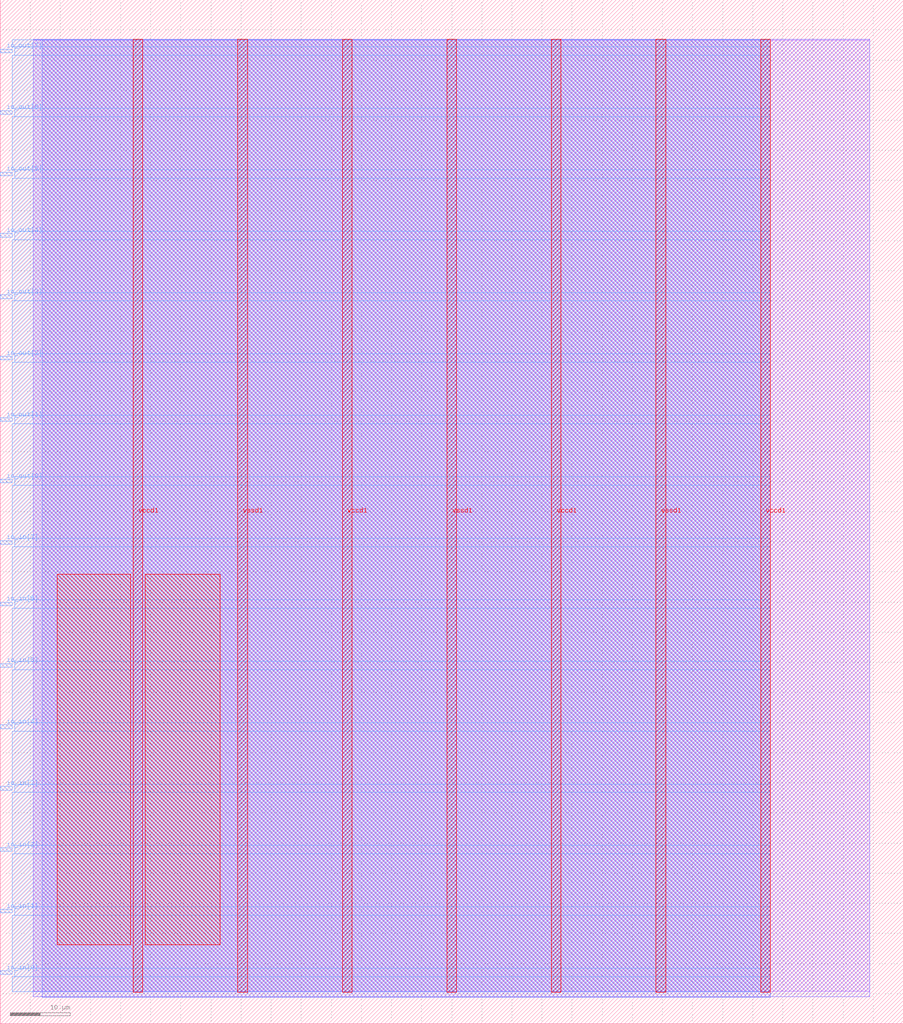
<source format=lef>
VERSION 5.7 ;
  NOWIREEXTENSIONATPIN ON ;
  DIVIDERCHAR "/" ;
  BUSBITCHARS "[]" ;
MACRO poisonninja_top
  CLASS BLOCK ;
  FOREIGN poisonninja_top ;
  ORIGIN 0.000 0.000 ;
  SIZE 150.000 BY 170.000 ;
  PIN io_in[0]
    DIRECTION INPUT ;
    USE SIGNAL ;
    PORT
      LAYER met3 ;
        RECT 0.000 8.200 2.000 8.800 ;
    END
  END io_in[0]
  PIN io_in[1]
    DIRECTION INPUT ;
    USE SIGNAL ;
    PORT
      LAYER met3 ;
        RECT 0.000 18.400 2.000 19.000 ;
    END
  END io_in[1]
  PIN io_in[2]
    DIRECTION INPUT ;
    USE SIGNAL ;
    PORT
      LAYER met3 ;
        RECT 0.000 28.600 2.000 29.200 ;
    END
  END io_in[2]
  PIN io_in[3]
    DIRECTION INPUT ;
    USE SIGNAL ;
    PORT
      LAYER met3 ;
        RECT 0.000 38.800 2.000 39.400 ;
    END
  END io_in[3]
  PIN io_in[4]
    DIRECTION INPUT ;
    USE SIGNAL ;
    PORT
      LAYER met3 ;
        RECT 0.000 49.000 2.000 49.600 ;
    END
  END io_in[4]
  PIN io_in[5]
    DIRECTION INPUT ;
    USE SIGNAL ;
    PORT
      LAYER met3 ;
        RECT 0.000 59.200 2.000 59.800 ;
    END
  END io_in[5]
  PIN io_in[6]
    DIRECTION INPUT ;
    USE SIGNAL ;
    PORT
      LAYER met3 ;
        RECT 0.000 69.400 2.000 70.000 ;
    END
  END io_in[6]
  PIN io_in[7]
    DIRECTION INPUT ;
    USE SIGNAL ;
    PORT
      LAYER met3 ;
        RECT 0.000 79.600 2.000 80.200 ;
    END
  END io_in[7]
  PIN io_out[0]
    DIRECTION OUTPUT TRISTATE ;
    USE SIGNAL ;
    PORT
      LAYER met3 ;
        RECT 0.000 89.800 2.000 90.400 ;
    END
  END io_out[0]
  PIN io_out[1]
    DIRECTION OUTPUT TRISTATE ;
    USE SIGNAL ;
    PORT
      LAYER met3 ;
        RECT 0.000 100.000 2.000 100.600 ;
    END
  END io_out[1]
  PIN io_out[2]
    DIRECTION OUTPUT TRISTATE ;
    USE SIGNAL ;
    PORT
      LAYER met3 ;
        RECT 0.000 110.200 2.000 110.800 ;
    END
  END io_out[2]
  PIN io_out[3]
    DIRECTION OUTPUT TRISTATE ;
    USE SIGNAL ;
    PORT
      LAYER met3 ;
        RECT 0.000 120.400 2.000 121.000 ;
    END
  END io_out[3]
  PIN io_out[4]
    DIRECTION OUTPUT TRISTATE ;
    USE SIGNAL ;
    PORT
      LAYER met3 ;
        RECT 0.000 130.600 2.000 131.200 ;
    END
  END io_out[4]
  PIN io_out[5]
    DIRECTION OUTPUT TRISTATE ;
    USE SIGNAL ;
    PORT
      LAYER met3 ;
        RECT 0.000 140.800 2.000 141.400 ;
    END
  END io_out[5]
  PIN io_out[6]
    DIRECTION OUTPUT TRISTATE ;
    USE SIGNAL ;
    PORT
      LAYER met3 ;
        RECT 0.000 151.000 2.000 151.600 ;
    END
  END io_out[6]
  PIN io_out[7]
    DIRECTION OUTPUT TRISTATE ;
    USE SIGNAL ;
    PORT
      LAYER met3 ;
        RECT 0.000 161.200 2.000 161.800 ;
    END
  END io_out[7]
  PIN vccd1
    DIRECTION INOUT ;
    USE POWER ;
    PORT
      LAYER met4 ;
        RECT 22.090 5.200 23.690 163.440 ;
    END
    PORT
      LAYER met4 ;
        RECT 56.830 5.200 58.430 163.440 ;
    END
    PORT
      LAYER met4 ;
        RECT 91.570 5.200 93.170 163.440 ;
    END
    PORT
      LAYER met4 ;
        RECT 126.310 5.200 127.910 163.440 ;
    END
  END vccd1
  PIN vssd1
    DIRECTION INOUT ;
    USE GROUND ;
    PORT
      LAYER met4 ;
        RECT 39.460 5.200 41.060 163.440 ;
    END
    PORT
      LAYER met4 ;
        RECT 74.200 5.200 75.800 163.440 ;
    END
    PORT
      LAYER met4 ;
        RECT 108.940 5.200 110.540 163.440 ;
    END
  END vssd1
  OBS
      LAYER li1 ;
        RECT 5.520 5.355 144.440 163.285 ;
      LAYER met1 ;
        RECT 5.520 4.460 144.440 163.440 ;
      LAYER met2 ;
        RECT 6.990 4.430 127.880 163.385 ;
      LAYER met3 ;
        RECT 2.000 162.200 127.900 163.365 ;
        RECT 2.400 160.800 127.900 162.200 ;
        RECT 2.000 152.000 127.900 160.800 ;
        RECT 2.400 150.600 127.900 152.000 ;
        RECT 2.000 141.800 127.900 150.600 ;
        RECT 2.400 140.400 127.900 141.800 ;
        RECT 2.000 131.600 127.900 140.400 ;
        RECT 2.400 130.200 127.900 131.600 ;
        RECT 2.000 121.400 127.900 130.200 ;
        RECT 2.400 120.000 127.900 121.400 ;
        RECT 2.000 111.200 127.900 120.000 ;
        RECT 2.400 109.800 127.900 111.200 ;
        RECT 2.000 101.000 127.900 109.800 ;
        RECT 2.400 99.600 127.900 101.000 ;
        RECT 2.000 90.800 127.900 99.600 ;
        RECT 2.400 89.400 127.900 90.800 ;
        RECT 2.000 80.600 127.900 89.400 ;
        RECT 2.400 79.200 127.900 80.600 ;
        RECT 2.000 70.400 127.900 79.200 ;
        RECT 2.400 69.000 127.900 70.400 ;
        RECT 2.000 60.200 127.900 69.000 ;
        RECT 2.400 58.800 127.900 60.200 ;
        RECT 2.000 50.000 127.900 58.800 ;
        RECT 2.400 48.600 127.900 50.000 ;
        RECT 2.000 39.800 127.900 48.600 ;
        RECT 2.400 38.400 127.900 39.800 ;
        RECT 2.000 29.600 127.900 38.400 ;
        RECT 2.400 28.200 127.900 29.600 ;
        RECT 2.000 19.400 127.900 28.200 ;
        RECT 2.400 18.000 127.900 19.400 ;
        RECT 2.000 9.200 127.900 18.000 ;
        RECT 2.400 7.800 127.900 9.200 ;
        RECT 2.000 5.275 127.900 7.800 ;
      LAYER met4 ;
        RECT 9.495 13.095 21.690 74.625 ;
        RECT 24.090 13.095 36.505 74.625 ;
  END
END poisonninja_top
END LIBRARY


</source>
